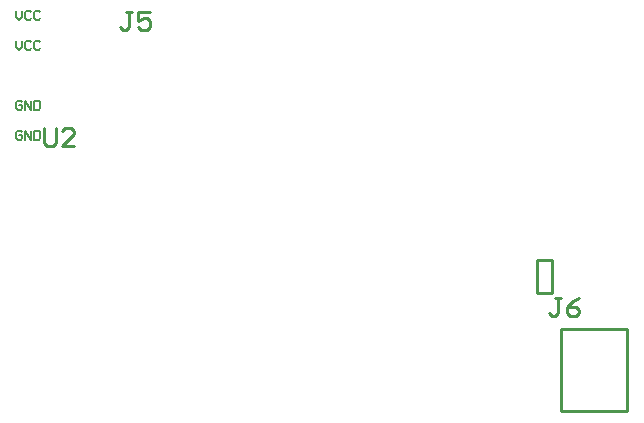
<source format=gto>
G04*
G04 #@! TF.GenerationSoftware,Altium Limited,Altium Designer,21.7.2 (23)*
G04*
G04 Layer_Color=65535*
%FSLAX25Y25*%
%MOIN*%
G70*
G04*
G04 #@! TF.SameCoordinates,FD6F4078-F35A-45E9-9C0A-15F470774422*
G04*
G04*
G04 #@! TF.FilePolarity,Positive*
G04*
G01*
G75*
%ADD10C,0.01000*%
%ADD11C,0.00500*%
D10*
X199709Y18925D02*
X221756D01*
Y46484D01*
X199709D02*
X221756D01*
X199709Y18925D02*
Y46484D01*
X191500Y58500D02*
Y69500D01*
Y58500D02*
X196500D01*
Y69500D01*
X191500D02*
X196500D01*
X27200Y113498D02*
Y108500D01*
X28200Y107500D01*
X30199D01*
X31199Y108500D01*
Y113498D01*
X37197Y107500D02*
X33198D01*
X37197Y111499D01*
Y112498D01*
X36197Y113498D01*
X34198D01*
X33198Y112498D01*
X199609Y56648D02*
X197610D01*
X198609D01*
Y51650D01*
X197610Y50650D01*
X196610D01*
X195610Y51650D01*
X205607Y56648D02*
X203608Y55649D01*
X201608Y53649D01*
Y51650D01*
X202608Y50650D01*
X204607D01*
X205607Y51650D01*
Y52650D01*
X204607Y53649D01*
X201608D01*
X56500Y151999D02*
X54501D01*
X55501D01*
Y147001D01*
X54501Y146001D01*
X53501D01*
X52502Y147001D01*
X62498Y151999D02*
X58500D01*
Y149000D01*
X60499Y150000D01*
X61499D01*
X62498Y149000D01*
Y147001D01*
X61499Y146001D01*
X59499D01*
X58500Y147001D01*
D11*
X19999Y111999D02*
X19500Y112499D01*
X18500D01*
X18000Y111999D01*
Y110000D01*
X18500Y109500D01*
X19500D01*
X19999Y110000D01*
Y111000D01*
X19000D01*
X20999Y109500D02*
Y112499D01*
X22998Y109500D01*
Y112499D01*
X23998D02*
Y109500D01*
X25498D01*
X25997Y110000D01*
Y111999D01*
X25498Y112499D01*
X23998D01*
X19999Y121999D02*
X19500Y122499D01*
X18500D01*
X18000Y121999D01*
Y120000D01*
X18500Y119500D01*
X19500D01*
X19999Y120000D01*
Y121000D01*
X19000D01*
X20999Y119500D02*
Y122499D01*
X22998Y119500D01*
Y122499D01*
X23998D02*
Y119500D01*
X25498D01*
X25997Y120000D01*
Y121999D01*
X25498Y122499D01*
X23998D01*
X18000Y142499D02*
Y140500D01*
X19000Y139500D01*
X19999Y140500D01*
Y142499D01*
X22998Y141999D02*
X22499Y142499D01*
X21499D01*
X20999Y141999D01*
Y140000D01*
X21499Y139500D01*
X22499D01*
X22998Y140000D01*
X25997Y141999D02*
X25498Y142499D01*
X24498D01*
X23998Y141999D01*
Y140000D01*
X24498Y139500D01*
X25498D01*
X25997Y140000D01*
X18000Y152499D02*
Y150500D01*
X19000Y149500D01*
X19999Y150500D01*
Y152499D01*
X22998Y151999D02*
X22499Y152499D01*
X21499D01*
X20999Y151999D01*
Y150000D01*
X21499Y149500D01*
X22499D01*
X22998Y150000D01*
X25997Y151999D02*
X25498Y152499D01*
X24498D01*
X23998Y151999D01*
Y150000D01*
X24498Y149500D01*
X25498D01*
X25997Y150000D01*
M02*

</source>
